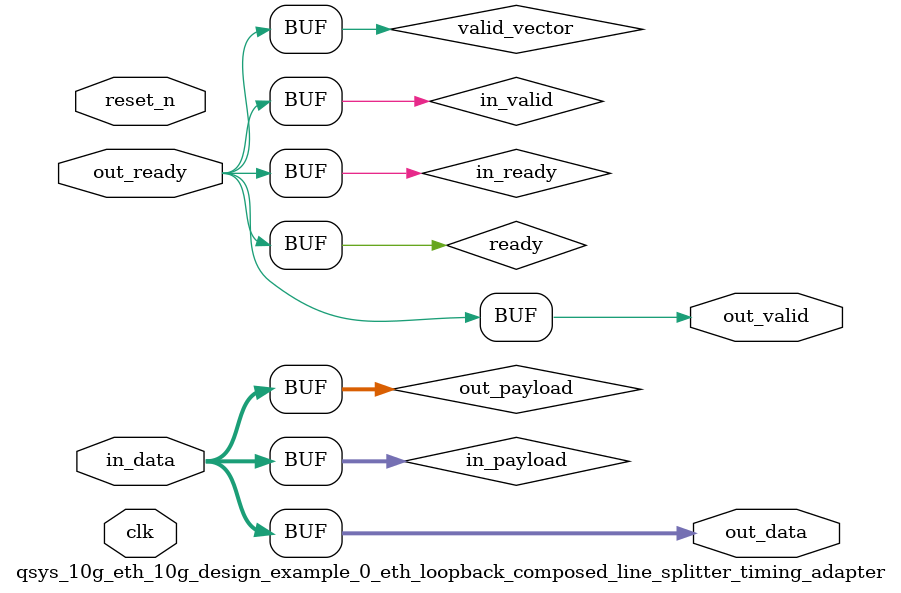
<source format=v>

`timescale 1ns / 100ps
module qsys_10g_eth_10g_design_example_0_eth_loopback_composed_line_splitter_timing_adapter (
    
      // Interface: clk
      input              clk,
      // Interface: reset
      input              reset_n,
      // Interface: in
      input      [71: 0] in_data,
      // Interface: out
      output reg [71: 0] out_data,
      input              out_ready,
      output reg         out_valid
);




   // ---------------------------------------------------------------------
   //| Signal Declarations
   // ---------------------------------------------------------------------

   reg  [71: 0] in_payload;
   reg  [71: 0] out_payload;
   reg  [ 0: 0] ready;
   reg          in_ready;
   // synthesis translate_off
   always @(negedge in_ready) begin
      $display("%m: The downstream component is backpressuring by deasserting ready, but the upstream component can't be backpressured.");
   end
   // synthesis translate_on   
   reg          in_valid;
   reg  [ 0: 0] valid_vector;


   // ---------------------------------------------------------------------
   //| Payload Mapping
   // ---------------------------------------------------------------------
   always @* begin
     in_payload = {in_data};
     {out_data} = out_payload;
   end

   // ---------------------------------------------------------------------
   //| Ready & valid signals.
   // ---------------------------------------------------------------------
   always @* begin
     ready[0] = out_ready;
     out_valid = in_valid;
     out_payload = in_payload;
     in_ready = ready[0];
   end



   // ---------------------------------------------------------------------
   //| Input Valid Generation
   // ---------------------------------------------------------------------
   always @* begin
      valid_vector[0] = in_ready;
      in_valid        = valid_vector[0];
   end


endmodule


</source>
